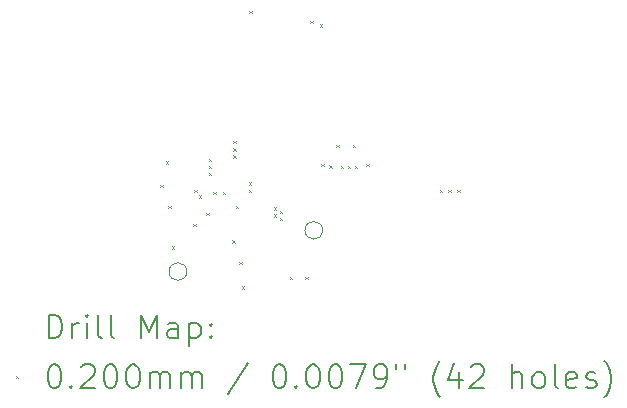
<source format=gbr>
%TF.GenerationSoftware,KiCad,Pcbnew,7.0.9*%
%TF.CreationDate,2024-01-09T17:45:54+00:00*%
%TF.ProjectId,watch_lower,77617463-685f-46c6-9f77-65722e6b6963,rev?*%
%TF.SameCoordinates,Original*%
%TF.FileFunction,Drillmap*%
%TF.FilePolarity,Positive*%
%FSLAX45Y45*%
G04 Gerber Fmt 4.5, Leading zero omitted, Abs format (unit mm)*
G04 Created by KiCad (PCBNEW 7.0.9) date 2024-01-09 17:45:54*
%MOMM*%
%LPD*%
G01*
G04 APERTURE LIST*
%ADD10C,0.100000*%
%ADD11C,0.200000*%
G04 APERTURE END LIST*
D10*
X10075000Y-7585000D02*
G75*
G03*
X10075000Y-7585000I-75000J0D01*
G01*
X11225000Y-7235000D02*
G75*
G03*
X11225000Y-7235000I-75000J0D01*
G01*
D11*
D10*
X9850000Y-6850000D02*
X9870000Y-6870000D01*
X9870000Y-6850000D02*
X9850000Y-6870000D01*
X9900000Y-6650000D02*
X9920000Y-6670000D01*
X9920000Y-6650000D02*
X9900000Y-6670000D01*
X9920000Y-7030000D02*
X9940000Y-7050000D01*
X9940000Y-7030000D02*
X9920000Y-7050000D01*
X9950000Y-7370000D02*
X9970000Y-7390000D01*
X9970000Y-7370000D02*
X9950000Y-7390000D01*
X10129818Y-7180000D02*
X10149818Y-7200000D01*
X10149818Y-7180000D02*
X10129818Y-7200000D01*
X10140000Y-6890000D02*
X10160000Y-6910000D01*
X10160000Y-6890000D02*
X10140000Y-6910000D01*
X10179289Y-6940000D02*
X10199289Y-6960000D01*
X10199289Y-6940000D02*
X10179289Y-6960000D01*
X10240000Y-7090000D02*
X10260000Y-7110000D01*
X10260000Y-7090000D02*
X10240000Y-7110000D01*
X10260000Y-6630000D02*
X10280000Y-6650000D01*
X10280000Y-6630000D02*
X10260000Y-6650000D01*
X10260000Y-6690000D02*
X10280000Y-6710000D01*
X10280000Y-6690000D02*
X10260000Y-6710000D01*
X10260000Y-6750000D02*
X10280000Y-6770000D01*
X10280000Y-6750000D02*
X10260000Y-6770000D01*
X10300000Y-6910000D02*
X10320000Y-6930000D01*
X10320000Y-6910000D02*
X10300000Y-6930000D01*
X10381000Y-6911000D02*
X10401000Y-6931000D01*
X10401000Y-6911000D02*
X10381000Y-6931000D01*
X10461000Y-7320000D02*
X10481000Y-7340000D01*
X10481000Y-7320000D02*
X10461000Y-7340000D01*
X10470000Y-6480000D02*
X10490000Y-6500000D01*
X10490000Y-6480000D02*
X10470000Y-6500000D01*
X10470000Y-6540000D02*
X10490000Y-6560000D01*
X10490000Y-6540000D02*
X10470000Y-6560000D01*
X10470000Y-6600000D02*
X10490000Y-6620000D01*
X10490000Y-6600000D02*
X10470000Y-6620000D01*
X10490000Y-7030000D02*
X10510000Y-7050000D01*
X10510000Y-7030000D02*
X10490000Y-7050000D01*
X10520000Y-7500000D02*
X10540000Y-7520000D01*
X10540000Y-7500000D02*
X10520000Y-7520000D01*
X10540000Y-7710000D02*
X10560000Y-7730000D01*
X10560000Y-7710000D02*
X10540000Y-7730000D01*
X10600000Y-6830000D02*
X10620000Y-6850000D01*
X10620000Y-6830000D02*
X10600000Y-6850000D01*
X10600000Y-6890000D02*
X10620000Y-6910000D01*
X10620000Y-6890000D02*
X10600000Y-6910000D01*
X10605000Y-5375000D02*
X10625000Y-5395000D01*
X10625000Y-5375000D02*
X10605000Y-5395000D01*
X10810000Y-7040000D02*
X10830000Y-7060000D01*
X10830000Y-7040000D02*
X10810000Y-7060000D01*
X10810000Y-7100000D02*
X10830000Y-7120000D01*
X10830000Y-7100000D02*
X10810000Y-7120000D01*
X10860000Y-7070000D02*
X10880000Y-7090000D01*
X10880000Y-7070000D02*
X10860000Y-7090000D01*
X10860000Y-7130000D02*
X10880000Y-7150000D01*
X10880000Y-7130000D02*
X10860000Y-7150000D01*
X10945000Y-7630000D02*
X10965000Y-7650000D01*
X10965000Y-7630000D02*
X10945000Y-7650000D01*
X11080000Y-7630000D02*
X11100000Y-7650000D01*
X11100000Y-7630000D02*
X11080000Y-7650000D01*
X11120000Y-5460000D02*
X11140000Y-5480000D01*
X11140000Y-5460000D02*
X11120000Y-5480000D01*
X11200000Y-5490000D02*
X11220000Y-5510000D01*
X11220000Y-5490000D02*
X11200000Y-5510000D01*
X11215000Y-6675000D02*
X11235000Y-6695000D01*
X11235000Y-6675000D02*
X11215000Y-6695000D01*
X11281661Y-6685760D02*
X11301661Y-6705760D01*
X11301661Y-6685760D02*
X11281661Y-6705760D01*
X11340000Y-6510000D02*
X11360000Y-6530000D01*
X11360000Y-6510000D02*
X11340000Y-6530000D01*
X11380000Y-6690000D02*
X11400000Y-6710000D01*
X11400000Y-6690000D02*
X11380000Y-6710000D01*
X11440000Y-6690000D02*
X11460000Y-6710000D01*
X11460000Y-6690000D02*
X11440000Y-6710000D01*
X11480000Y-6510000D02*
X11500000Y-6530000D01*
X11500000Y-6510000D02*
X11480000Y-6530000D01*
X11500000Y-6690000D02*
X11520000Y-6710000D01*
X11520000Y-6690000D02*
X11500000Y-6710000D01*
X11595000Y-6675000D02*
X11615000Y-6695000D01*
X11615000Y-6675000D02*
X11595000Y-6695000D01*
X12215000Y-6890000D02*
X12235000Y-6910000D01*
X12235000Y-6890000D02*
X12215000Y-6910000D01*
X12290000Y-6890000D02*
X12310000Y-6910000D01*
X12310000Y-6890000D02*
X12290000Y-6910000D01*
X12365000Y-6890000D02*
X12385000Y-6910000D01*
X12385000Y-6890000D02*
X12365000Y-6910000D01*
D11*
X8905777Y-8151484D02*
X8905777Y-7951484D01*
X8905777Y-7951484D02*
X8953396Y-7951484D01*
X8953396Y-7951484D02*
X8981968Y-7961008D01*
X8981968Y-7961008D02*
X9001016Y-7980055D01*
X9001016Y-7980055D02*
X9010539Y-7999103D01*
X9010539Y-7999103D02*
X9020063Y-8037198D01*
X9020063Y-8037198D02*
X9020063Y-8065769D01*
X9020063Y-8065769D02*
X9010539Y-8103865D01*
X9010539Y-8103865D02*
X9001016Y-8122912D01*
X9001016Y-8122912D02*
X8981968Y-8141960D01*
X8981968Y-8141960D02*
X8953396Y-8151484D01*
X8953396Y-8151484D02*
X8905777Y-8151484D01*
X9105777Y-8151484D02*
X9105777Y-8018150D01*
X9105777Y-8056246D02*
X9115301Y-8037198D01*
X9115301Y-8037198D02*
X9124825Y-8027674D01*
X9124825Y-8027674D02*
X9143873Y-8018150D01*
X9143873Y-8018150D02*
X9162920Y-8018150D01*
X9229587Y-8151484D02*
X9229587Y-8018150D01*
X9229587Y-7951484D02*
X9220063Y-7961008D01*
X9220063Y-7961008D02*
X9229587Y-7970531D01*
X9229587Y-7970531D02*
X9239111Y-7961008D01*
X9239111Y-7961008D02*
X9229587Y-7951484D01*
X9229587Y-7951484D02*
X9229587Y-7970531D01*
X9353396Y-8151484D02*
X9334349Y-8141960D01*
X9334349Y-8141960D02*
X9324825Y-8122912D01*
X9324825Y-8122912D02*
X9324825Y-7951484D01*
X9458158Y-8151484D02*
X9439111Y-8141960D01*
X9439111Y-8141960D02*
X9429587Y-8122912D01*
X9429587Y-8122912D02*
X9429587Y-7951484D01*
X9686730Y-8151484D02*
X9686730Y-7951484D01*
X9686730Y-7951484D02*
X9753397Y-8094341D01*
X9753397Y-8094341D02*
X9820063Y-7951484D01*
X9820063Y-7951484D02*
X9820063Y-8151484D01*
X10001016Y-8151484D02*
X10001016Y-8046722D01*
X10001016Y-8046722D02*
X9991492Y-8027674D01*
X9991492Y-8027674D02*
X9972444Y-8018150D01*
X9972444Y-8018150D02*
X9934349Y-8018150D01*
X9934349Y-8018150D02*
X9915301Y-8027674D01*
X10001016Y-8141960D02*
X9981968Y-8151484D01*
X9981968Y-8151484D02*
X9934349Y-8151484D01*
X9934349Y-8151484D02*
X9915301Y-8141960D01*
X9915301Y-8141960D02*
X9905777Y-8122912D01*
X9905777Y-8122912D02*
X9905777Y-8103865D01*
X9905777Y-8103865D02*
X9915301Y-8084817D01*
X9915301Y-8084817D02*
X9934349Y-8075293D01*
X9934349Y-8075293D02*
X9981968Y-8075293D01*
X9981968Y-8075293D02*
X10001016Y-8065769D01*
X10096254Y-8018150D02*
X10096254Y-8218150D01*
X10096254Y-8027674D02*
X10115301Y-8018150D01*
X10115301Y-8018150D02*
X10153397Y-8018150D01*
X10153397Y-8018150D02*
X10172444Y-8027674D01*
X10172444Y-8027674D02*
X10181968Y-8037198D01*
X10181968Y-8037198D02*
X10191492Y-8056246D01*
X10191492Y-8056246D02*
X10191492Y-8113388D01*
X10191492Y-8113388D02*
X10181968Y-8132436D01*
X10181968Y-8132436D02*
X10172444Y-8141960D01*
X10172444Y-8141960D02*
X10153397Y-8151484D01*
X10153397Y-8151484D02*
X10115301Y-8151484D01*
X10115301Y-8151484D02*
X10096254Y-8141960D01*
X10277206Y-8132436D02*
X10286730Y-8141960D01*
X10286730Y-8141960D02*
X10277206Y-8151484D01*
X10277206Y-8151484D02*
X10267682Y-8141960D01*
X10267682Y-8141960D02*
X10277206Y-8132436D01*
X10277206Y-8132436D02*
X10277206Y-8151484D01*
X10277206Y-8027674D02*
X10286730Y-8037198D01*
X10286730Y-8037198D02*
X10277206Y-8046722D01*
X10277206Y-8046722D02*
X10267682Y-8037198D01*
X10267682Y-8037198D02*
X10277206Y-8027674D01*
X10277206Y-8027674D02*
X10277206Y-8046722D01*
D10*
X8625001Y-8470000D02*
X8645001Y-8490000D01*
X8645001Y-8470000D02*
X8625001Y-8490000D01*
D11*
X8943873Y-8371484D02*
X8962920Y-8371484D01*
X8962920Y-8371484D02*
X8981968Y-8381008D01*
X8981968Y-8381008D02*
X8991492Y-8390531D01*
X8991492Y-8390531D02*
X9001016Y-8409579D01*
X9001016Y-8409579D02*
X9010539Y-8447674D01*
X9010539Y-8447674D02*
X9010539Y-8495293D01*
X9010539Y-8495293D02*
X9001016Y-8533389D01*
X9001016Y-8533389D02*
X8991492Y-8552436D01*
X8991492Y-8552436D02*
X8981968Y-8561960D01*
X8981968Y-8561960D02*
X8962920Y-8571484D01*
X8962920Y-8571484D02*
X8943873Y-8571484D01*
X8943873Y-8571484D02*
X8924825Y-8561960D01*
X8924825Y-8561960D02*
X8915301Y-8552436D01*
X8915301Y-8552436D02*
X8905777Y-8533389D01*
X8905777Y-8533389D02*
X8896254Y-8495293D01*
X8896254Y-8495293D02*
X8896254Y-8447674D01*
X8896254Y-8447674D02*
X8905777Y-8409579D01*
X8905777Y-8409579D02*
X8915301Y-8390531D01*
X8915301Y-8390531D02*
X8924825Y-8381008D01*
X8924825Y-8381008D02*
X8943873Y-8371484D01*
X9096254Y-8552436D02*
X9105777Y-8561960D01*
X9105777Y-8561960D02*
X9096254Y-8571484D01*
X9096254Y-8571484D02*
X9086730Y-8561960D01*
X9086730Y-8561960D02*
X9096254Y-8552436D01*
X9096254Y-8552436D02*
X9096254Y-8571484D01*
X9181968Y-8390531D02*
X9191492Y-8381008D01*
X9191492Y-8381008D02*
X9210539Y-8371484D01*
X9210539Y-8371484D02*
X9258158Y-8371484D01*
X9258158Y-8371484D02*
X9277206Y-8381008D01*
X9277206Y-8381008D02*
X9286730Y-8390531D01*
X9286730Y-8390531D02*
X9296254Y-8409579D01*
X9296254Y-8409579D02*
X9296254Y-8428627D01*
X9296254Y-8428627D02*
X9286730Y-8457198D01*
X9286730Y-8457198D02*
X9172444Y-8571484D01*
X9172444Y-8571484D02*
X9296254Y-8571484D01*
X9420063Y-8371484D02*
X9439111Y-8371484D01*
X9439111Y-8371484D02*
X9458158Y-8381008D01*
X9458158Y-8381008D02*
X9467682Y-8390531D01*
X9467682Y-8390531D02*
X9477206Y-8409579D01*
X9477206Y-8409579D02*
X9486730Y-8447674D01*
X9486730Y-8447674D02*
X9486730Y-8495293D01*
X9486730Y-8495293D02*
X9477206Y-8533389D01*
X9477206Y-8533389D02*
X9467682Y-8552436D01*
X9467682Y-8552436D02*
X9458158Y-8561960D01*
X9458158Y-8561960D02*
X9439111Y-8571484D01*
X9439111Y-8571484D02*
X9420063Y-8571484D01*
X9420063Y-8571484D02*
X9401016Y-8561960D01*
X9401016Y-8561960D02*
X9391492Y-8552436D01*
X9391492Y-8552436D02*
X9381968Y-8533389D01*
X9381968Y-8533389D02*
X9372444Y-8495293D01*
X9372444Y-8495293D02*
X9372444Y-8447674D01*
X9372444Y-8447674D02*
X9381968Y-8409579D01*
X9381968Y-8409579D02*
X9391492Y-8390531D01*
X9391492Y-8390531D02*
X9401016Y-8381008D01*
X9401016Y-8381008D02*
X9420063Y-8371484D01*
X9610539Y-8371484D02*
X9629587Y-8371484D01*
X9629587Y-8371484D02*
X9648635Y-8381008D01*
X9648635Y-8381008D02*
X9658158Y-8390531D01*
X9658158Y-8390531D02*
X9667682Y-8409579D01*
X9667682Y-8409579D02*
X9677206Y-8447674D01*
X9677206Y-8447674D02*
X9677206Y-8495293D01*
X9677206Y-8495293D02*
X9667682Y-8533389D01*
X9667682Y-8533389D02*
X9658158Y-8552436D01*
X9658158Y-8552436D02*
X9648635Y-8561960D01*
X9648635Y-8561960D02*
X9629587Y-8571484D01*
X9629587Y-8571484D02*
X9610539Y-8571484D01*
X9610539Y-8571484D02*
X9591492Y-8561960D01*
X9591492Y-8561960D02*
X9581968Y-8552436D01*
X9581968Y-8552436D02*
X9572444Y-8533389D01*
X9572444Y-8533389D02*
X9562920Y-8495293D01*
X9562920Y-8495293D02*
X9562920Y-8447674D01*
X9562920Y-8447674D02*
X9572444Y-8409579D01*
X9572444Y-8409579D02*
X9581968Y-8390531D01*
X9581968Y-8390531D02*
X9591492Y-8381008D01*
X9591492Y-8381008D02*
X9610539Y-8371484D01*
X9762920Y-8571484D02*
X9762920Y-8438150D01*
X9762920Y-8457198D02*
X9772444Y-8447674D01*
X9772444Y-8447674D02*
X9791492Y-8438150D01*
X9791492Y-8438150D02*
X9820063Y-8438150D01*
X9820063Y-8438150D02*
X9839111Y-8447674D01*
X9839111Y-8447674D02*
X9848635Y-8466722D01*
X9848635Y-8466722D02*
X9848635Y-8571484D01*
X9848635Y-8466722D02*
X9858158Y-8447674D01*
X9858158Y-8447674D02*
X9877206Y-8438150D01*
X9877206Y-8438150D02*
X9905777Y-8438150D01*
X9905777Y-8438150D02*
X9924825Y-8447674D01*
X9924825Y-8447674D02*
X9934349Y-8466722D01*
X9934349Y-8466722D02*
X9934349Y-8571484D01*
X10029587Y-8571484D02*
X10029587Y-8438150D01*
X10029587Y-8457198D02*
X10039111Y-8447674D01*
X10039111Y-8447674D02*
X10058158Y-8438150D01*
X10058158Y-8438150D02*
X10086730Y-8438150D01*
X10086730Y-8438150D02*
X10105778Y-8447674D01*
X10105778Y-8447674D02*
X10115301Y-8466722D01*
X10115301Y-8466722D02*
X10115301Y-8571484D01*
X10115301Y-8466722D02*
X10124825Y-8447674D01*
X10124825Y-8447674D02*
X10143873Y-8438150D01*
X10143873Y-8438150D02*
X10172444Y-8438150D01*
X10172444Y-8438150D02*
X10191492Y-8447674D01*
X10191492Y-8447674D02*
X10201016Y-8466722D01*
X10201016Y-8466722D02*
X10201016Y-8571484D01*
X10591492Y-8361960D02*
X10420063Y-8619103D01*
X10848635Y-8371484D02*
X10867682Y-8371484D01*
X10867682Y-8371484D02*
X10886730Y-8381008D01*
X10886730Y-8381008D02*
X10896254Y-8390531D01*
X10896254Y-8390531D02*
X10905778Y-8409579D01*
X10905778Y-8409579D02*
X10915301Y-8447674D01*
X10915301Y-8447674D02*
X10915301Y-8495293D01*
X10915301Y-8495293D02*
X10905778Y-8533389D01*
X10905778Y-8533389D02*
X10896254Y-8552436D01*
X10896254Y-8552436D02*
X10886730Y-8561960D01*
X10886730Y-8561960D02*
X10867682Y-8571484D01*
X10867682Y-8571484D02*
X10848635Y-8571484D01*
X10848635Y-8571484D02*
X10829587Y-8561960D01*
X10829587Y-8561960D02*
X10820063Y-8552436D01*
X10820063Y-8552436D02*
X10810540Y-8533389D01*
X10810540Y-8533389D02*
X10801016Y-8495293D01*
X10801016Y-8495293D02*
X10801016Y-8447674D01*
X10801016Y-8447674D02*
X10810540Y-8409579D01*
X10810540Y-8409579D02*
X10820063Y-8390531D01*
X10820063Y-8390531D02*
X10829587Y-8381008D01*
X10829587Y-8381008D02*
X10848635Y-8371484D01*
X11001016Y-8552436D02*
X11010540Y-8561960D01*
X11010540Y-8561960D02*
X11001016Y-8571484D01*
X11001016Y-8571484D02*
X10991492Y-8561960D01*
X10991492Y-8561960D02*
X11001016Y-8552436D01*
X11001016Y-8552436D02*
X11001016Y-8571484D01*
X11134349Y-8371484D02*
X11153397Y-8371484D01*
X11153397Y-8371484D02*
X11172444Y-8381008D01*
X11172444Y-8381008D02*
X11181968Y-8390531D01*
X11181968Y-8390531D02*
X11191492Y-8409579D01*
X11191492Y-8409579D02*
X11201016Y-8447674D01*
X11201016Y-8447674D02*
X11201016Y-8495293D01*
X11201016Y-8495293D02*
X11191492Y-8533389D01*
X11191492Y-8533389D02*
X11181968Y-8552436D01*
X11181968Y-8552436D02*
X11172444Y-8561960D01*
X11172444Y-8561960D02*
X11153397Y-8571484D01*
X11153397Y-8571484D02*
X11134349Y-8571484D01*
X11134349Y-8571484D02*
X11115301Y-8561960D01*
X11115301Y-8561960D02*
X11105778Y-8552436D01*
X11105778Y-8552436D02*
X11096254Y-8533389D01*
X11096254Y-8533389D02*
X11086730Y-8495293D01*
X11086730Y-8495293D02*
X11086730Y-8447674D01*
X11086730Y-8447674D02*
X11096254Y-8409579D01*
X11096254Y-8409579D02*
X11105778Y-8390531D01*
X11105778Y-8390531D02*
X11115301Y-8381008D01*
X11115301Y-8381008D02*
X11134349Y-8371484D01*
X11324825Y-8371484D02*
X11343873Y-8371484D01*
X11343873Y-8371484D02*
X11362920Y-8381008D01*
X11362920Y-8381008D02*
X11372444Y-8390531D01*
X11372444Y-8390531D02*
X11381968Y-8409579D01*
X11381968Y-8409579D02*
X11391492Y-8447674D01*
X11391492Y-8447674D02*
X11391492Y-8495293D01*
X11391492Y-8495293D02*
X11381968Y-8533389D01*
X11381968Y-8533389D02*
X11372444Y-8552436D01*
X11372444Y-8552436D02*
X11362920Y-8561960D01*
X11362920Y-8561960D02*
X11343873Y-8571484D01*
X11343873Y-8571484D02*
X11324825Y-8571484D01*
X11324825Y-8571484D02*
X11305778Y-8561960D01*
X11305778Y-8561960D02*
X11296254Y-8552436D01*
X11296254Y-8552436D02*
X11286730Y-8533389D01*
X11286730Y-8533389D02*
X11277206Y-8495293D01*
X11277206Y-8495293D02*
X11277206Y-8447674D01*
X11277206Y-8447674D02*
X11286730Y-8409579D01*
X11286730Y-8409579D02*
X11296254Y-8390531D01*
X11296254Y-8390531D02*
X11305778Y-8381008D01*
X11305778Y-8381008D02*
X11324825Y-8371484D01*
X11458159Y-8371484D02*
X11591492Y-8371484D01*
X11591492Y-8371484D02*
X11505778Y-8571484D01*
X11677206Y-8571484D02*
X11715301Y-8571484D01*
X11715301Y-8571484D02*
X11734349Y-8561960D01*
X11734349Y-8561960D02*
X11743873Y-8552436D01*
X11743873Y-8552436D02*
X11762920Y-8523865D01*
X11762920Y-8523865D02*
X11772444Y-8485770D01*
X11772444Y-8485770D02*
X11772444Y-8409579D01*
X11772444Y-8409579D02*
X11762920Y-8390531D01*
X11762920Y-8390531D02*
X11753397Y-8381008D01*
X11753397Y-8381008D02*
X11734349Y-8371484D01*
X11734349Y-8371484D02*
X11696254Y-8371484D01*
X11696254Y-8371484D02*
X11677206Y-8381008D01*
X11677206Y-8381008D02*
X11667682Y-8390531D01*
X11667682Y-8390531D02*
X11658159Y-8409579D01*
X11658159Y-8409579D02*
X11658159Y-8457198D01*
X11658159Y-8457198D02*
X11667682Y-8476246D01*
X11667682Y-8476246D02*
X11677206Y-8485770D01*
X11677206Y-8485770D02*
X11696254Y-8495293D01*
X11696254Y-8495293D02*
X11734349Y-8495293D01*
X11734349Y-8495293D02*
X11753397Y-8485770D01*
X11753397Y-8485770D02*
X11762920Y-8476246D01*
X11762920Y-8476246D02*
X11772444Y-8457198D01*
X11848635Y-8371484D02*
X11848635Y-8409579D01*
X11924825Y-8371484D02*
X11924825Y-8409579D01*
X12220063Y-8647674D02*
X12210540Y-8638150D01*
X12210540Y-8638150D02*
X12191492Y-8609579D01*
X12191492Y-8609579D02*
X12181968Y-8590531D01*
X12181968Y-8590531D02*
X12172444Y-8561960D01*
X12172444Y-8561960D02*
X12162921Y-8514341D01*
X12162921Y-8514341D02*
X12162921Y-8476246D01*
X12162921Y-8476246D02*
X12172444Y-8428627D01*
X12172444Y-8428627D02*
X12181968Y-8400055D01*
X12181968Y-8400055D02*
X12191492Y-8381008D01*
X12191492Y-8381008D02*
X12210540Y-8352436D01*
X12210540Y-8352436D02*
X12220063Y-8342912D01*
X12381968Y-8438150D02*
X12381968Y-8571484D01*
X12334349Y-8361960D02*
X12286730Y-8504817D01*
X12286730Y-8504817D02*
X12410540Y-8504817D01*
X12477206Y-8390531D02*
X12486730Y-8381008D01*
X12486730Y-8381008D02*
X12505778Y-8371484D01*
X12505778Y-8371484D02*
X12553397Y-8371484D01*
X12553397Y-8371484D02*
X12572444Y-8381008D01*
X12572444Y-8381008D02*
X12581968Y-8390531D01*
X12581968Y-8390531D02*
X12591492Y-8409579D01*
X12591492Y-8409579D02*
X12591492Y-8428627D01*
X12591492Y-8428627D02*
X12581968Y-8457198D01*
X12581968Y-8457198D02*
X12467682Y-8571484D01*
X12467682Y-8571484D02*
X12591492Y-8571484D01*
X12829587Y-8571484D02*
X12829587Y-8371484D01*
X12915302Y-8571484D02*
X12915302Y-8466722D01*
X12915302Y-8466722D02*
X12905778Y-8447674D01*
X12905778Y-8447674D02*
X12886730Y-8438150D01*
X12886730Y-8438150D02*
X12858159Y-8438150D01*
X12858159Y-8438150D02*
X12839111Y-8447674D01*
X12839111Y-8447674D02*
X12829587Y-8457198D01*
X13039111Y-8571484D02*
X13020063Y-8561960D01*
X13020063Y-8561960D02*
X13010540Y-8552436D01*
X13010540Y-8552436D02*
X13001016Y-8533389D01*
X13001016Y-8533389D02*
X13001016Y-8476246D01*
X13001016Y-8476246D02*
X13010540Y-8457198D01*
X13010540Y-8457198D02*
X13020063Y-8447674D01*
X13020063Y-8447674D02*
X13039111Y-8438150D01*
X13039111Y-8438150D02*
X13067683Y-8438150D01*
X13067683Y-8438150D02*
X13086730Y-8447674D01*
X13086730Y-8447674D02*
X13096254Y-8457198D01*
X13096254Y-8457198D02*
X13105778Y-8476246D01*
X13105778Y-8476246D02*
X13105778Y-8533389D01*
X13105778Y-8533389D02*
X13096254Y-8552436D01*
X13096254Y-8552436D02*
X13086730Y-8561960D01*
X13086730Y-8561960D02*
X13067683Y-8571484D01*
X13067683Y-8571484D02*
X13039111Y-8571484D01*
X13220063Y-8571484D02*
X13201016Y-8561960D01*
X13201016Y-8561960D02*
X13191492Y-8542912D01*
X13191492Y-8542912D02*
X13191492Y-8371484D01*
X13372444Y-8561960D02*
X13353397Y-8571484D01*
X13353397Y-8571484D02*
X13315302Y-8571484D01*
X13315302Y-8571484D02*
X13296254Y-8561960D01*
X13296254Y-8561960D02*
X13286730Y-8542912D01*
X13286730Y-8542912D02*
X13286730Y-8466722D01*
X13286730Y-8466722D02*
X13296254Y-8447674D01*
X13296254Y-8447674D02*
X13315302Y-8438150D01*
X13315302Y-8438150D02*
X13353397Y-8438150D01*
X13353397Y-8438150D02*
X13372444Y-8447674D01*
X13372444Y-8447674D02*
X13381968Y-8466722D01*
X13381968Y-8466722D02*
X13381968Y-8485770D01*
X13381968Y-8485770D02*
X13286730Y-8504817D01*
X13458159Y-8561960D02*
X13477206Y-8571484D01*
X13477206Y-8571484D02*
X13515302Y-8571484D01*
X13515302Y-8571484D02*
X13534349Y-8561960D01*
X13534349Y-8561960D02*
X13543873Y-8542912D01*
X13543873Y-8542912D02*
X13543873Y-8533389D01*
X13543873Y-8533389D02*
X13534349Y-8514341D01*
X13534349Y-8514341D02*
X13515302Y-8504817D01*
X13515302Y-8504817D02*
X13486730Y-8504817D01*
X13486730Y-8504817D02*
X13467683Y-8495293D01*
X13467683Y-8495293D02*
X13458159Y-8476246D01*
X13458159Y-8476246D02*
X13458159Y-8466722D01*
X13458159Y-8466722D02*
X13467683Y-8447674D01*
X13467683Y-8447674D02*
X13486730Y-8438150D01*
X13486730Y-8438150D02*
X13515302Y-8438150D01*
X13515302Y-8438150D02*
X13534349Y-8447674D01*
X13610540Y-8647674D02*
X13620064Y-8638150D01*
X13620064Y-8638150D02*
X13639111Y-8609579D01*
X13639111Y-8609579D02*
X13648635Y-8590531D01*
X13648635Y-8590531D02*
X13658159Y-8561960D01*
X13658159Y-8561960D02*
X13667683Y-8514341D01*
X13667683Y-8514341D02*
X13667683Y-8476246D01*
X13667683Y-8476246D02*
X13658159Y-8428627D01*
X13658159Y-8428627D02*
X13648635Y-8400055D01*
X13648635Y-8400055D02*
X13639111Y-8381008D01*
X13639111Y-8381008D02*
X13620064Y-8352436D01*
X13620064Y-8352436D02*
X13610540Y-8342912D01*
M02*

</source>
